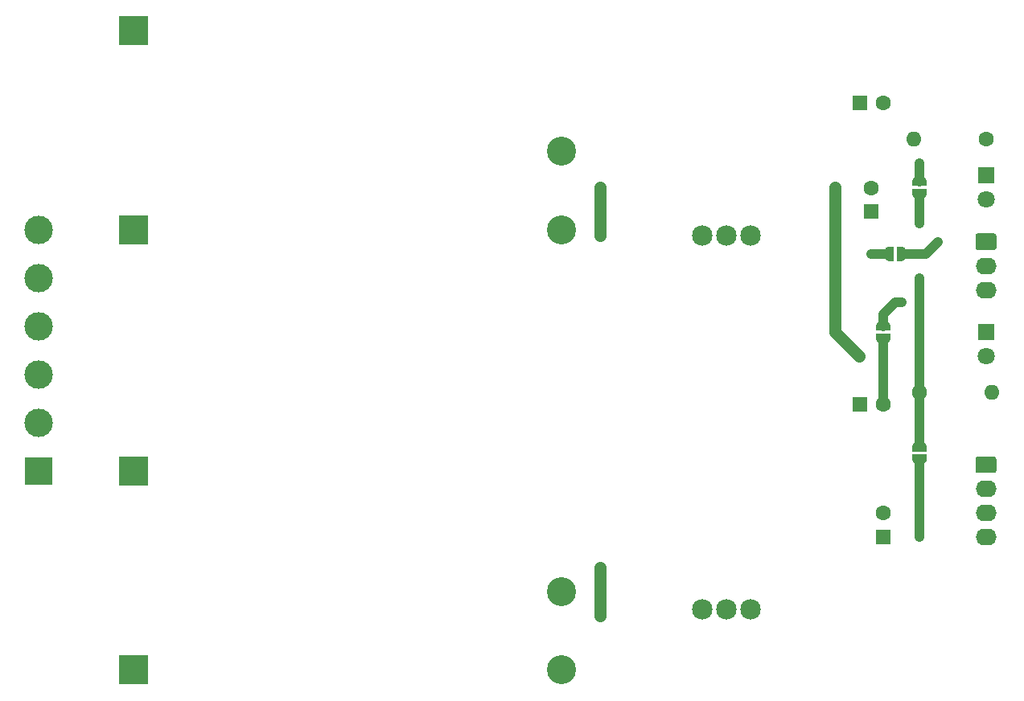
<source format=gbr>
G04 #@! TF.GenerationSoftware,KiCad,Pcbnew,(5.1.2)-1*
G04 #@! TF.CreationDate,2020-09-23T15:34:57+02:00*
G04 #@! TF.ProjectId,PSU_220vac_9vdc,5053555f-3232-4307-9661-635f39766463,rev?*
G04 #@! TF.SameCoordinates,Original*
G04 #@! TF.FileFunction,Copper,L1,Top*
G04 #@! TF.FilePolarity,Positive*
%FSLAX46Y46*%
G04 Gerber Fmt 4.6, Leading zero omitted, Abs format (unit mm)*
G04 Created by KiCad (PCBNEW (5.1.2)-1) date 2020-09-23 15:34:57*
%MOMM*%
%LPD*%
G04 APERTURE LIST*
%ADD10C,2.159000*%
%ADD11C,0.500000*%
%ADD12C,0.100000*%
%ADD13R,1.600000X1.600000*%
%ADD14C,1.600000*%
%ADD15O,2.200000X1.740000*%
%ADD16C,1.740000*%
%ADD17C,3.048000*%
%ADD18R,3.048000X3.048000*%
%ADD19R,1.800000X1.800000*%
%ADD20C,1.800000*%
%ADD21O,1.600000X1.600000*%
%ADD22C,3.000000*%
%ADD23R,3.000000X3.000000*%
%ADD24C,0.800000*%
%ADD25C,1.016000*%
%ADD26C,1.270000*%
G04 APERTURE END LIST*
D10*
X102235000Y-72390000D03*
X97155000Y-72390000D03*
X99695000Y-72390000D03*
X102235000Y-111760000D03*
X97155000Y-111760000D03*
X99695000Y-111760000D03*
D11*
X120015000Y-67960000D03*
D12*
G36*
X120764398Y-67960000D02*
G01*
X120764398Y-67984534D01*
X120759588Y-68033365D01*
X120750016Y-68081490D01*
X120735772Y-68128445D01*
X120716995Y-68173778D01*
X120693864Y-68217051D01*
X120666604Y-68257850D01*
X120635476Y-68295779D01*
X120600779Y-68330476D01*
X120562850Y-68361604D01*
X120522051Y-68388864D01*
X120478778Y-68411995D01*
X120433445Y-68430772D01*
X120386490Y-68445016D01*
X120338365Y-68454588D01*
X120289534Y-68459398D01*
X120265000Y-68459398D01*
X120265000Y-68460000D01*
X119765000Y-68460000D01*
X119765000Y-68459398D01*
X119740466Y-68459398D01*
X119691635Y-68454588D01*
X119643510Y-68445016D01*
X119596555Y-68430772D01*
X119551222Y-68411995D01*
X119507949Y-68388864D01*
X119467150Y-68361604D01*
X119429221Y-68330476D01*
X119394524Y-68295779D01*
X119363396Y-68257850D01*
X119336136Y-68217051D01*
X119313005Y-68173778D01*
X119294228Y-68128445D01*
X119279984Y-68081490D01*
X119270412Y-68033365D01*
X119265602Y-67984534D01*
X119265602Y-67960000D01*
X119265000Y-67960000D01*
X119265000Y-67460000D01*
X120765000Y-67460000D01*
X120765000Y-67960000D01*
X120764398Y-67960000D01*
X120764398Y-67960000D01*
G37*
D11*
X120015000Y-66660000D03*
D12*
G36*
X119265000Y-67160000D02*
G01*
X119265000Y-66660000D01*
X119265602Y-66660000D01*
X119265602Y-66635466D01*
X119270412Y-66586635D01*
X119279984Y-66538510D01*
X119294228Y-66491555D01*
X119313005Y-66446222D01*
X119336136Y-66402949D01*
X119363396Y-66362150D01*
X119394524Y-66324221D01*
X119429221Y-66289524D01*
X119467150Y-66258396D01*
X119507949Y-66231136D01*
X119551222Y-66208005D01*
X119596555Y-66189228D01*
X119643510Y-66174984D01*
X119691635Y-66165412D01*
X119740466Y-66160602D01*
X119765000Y-66160602D01*
X119765000Y-66160000D01*
X120265000Y-66160000D01*
X120265000Y-66160602D01*
X120289534Y-66160602D01*
X120338365Y-66165412D01*
X120386490Y-66174984D01*
X120433445Y-66189228D01*
X120478778Y-66208005D01*
X120522051Y-66231136D01*
X120562850Y-66258396D01*
X120600779Y-66289524D01*
X120635476Y-66324221D01*
X120666604Y-66362150D01*
X120693864Y-66402949D01*
X120716995Y-66446222D01*
X120735772Y-66491555D01*
X120750016Y-66538510D01*
X120759588Y-66586635D01*
X120764398Y-66635466D01*
X120764398Y-66660000D01*
X120765000Y-66660000D01*
X120765000Y-67160000D01*
X119265000Y-67160000D01*
X119265000Y-67160000D01*
G37*
D13*
X113705000Y-58420000D03*
D14*
X116205000Y-58420000D03*
D13*
X113705000Y-90170000D03*
D14*
X116205000Y-90170000D03*
D13*
X114935000Y-69850000D03*
D14*
X114935000Y-67350000D03*
D13*
X116205000Y-104100000D03*
D14*
X116205000Y-101600000D03*
D15*
X127000000Y-104140000D03*
X127000000Y-101600000D03*
X127000000Y-99060000D03*
D12*
G36*
X127874505Y-95651204D02*
G01*
X127898773Y-95654804D01*
X127922572Y-95660765D01*
X127945671Y-95669030D01*
X127967850Y-95679520D01*
X127988893Y-95692132D01*
X128008599Y-95706747D01*
X128026777Y-95723223D01*
X128043253Y-95741401D01*
X128057868Y-95761107D01*
X128070480Y-95782150D01*
X128080970Y-95804329D01*
X128089235Y-95827428D01*
X128095196Y-95851227D01*
X128098796Y-95875495D01*
X128100000Y-95899999D01*
X128100000Y-97140001D01*
X128098796Y-97164505D01*
X128095196Y-97188773D01*
X128089235Y-97212572D01*
X128080970Y-97235671D01*
X128070480Y-97257850D01*
X128057868Y-97278893D01*
X128043253Y-97298599D01*
X128026777Y-97316777D01*
X128008599Y-97333253D01*
X127988893Y-97347868D01*
X127967850Y-97360480D01*
X127945671Y-97370970D01*
X127922572Y-97379235D01*
X127898773Y-97385196D01*
X127874505Y-97388796D01*
X127850001Y-97390000D01*
X126149999Y-97390000D01*
X126125495Y-97388796D01*
X126101227Y-97385196D01*
X126077428Y-97379235D01*
X126054329Y-97370970D01*
X126032150Y-97360480D01*
X126011107Y-97347868D01*
X125991401Y-97333253D01*
X125973223Y-97316777D01*
X125956747Y-97298599D01*
X125942132Y-97278893D01*
X125929520Y-97257850D01*
X125919030Y-97235671D01*
X125910765Y-97212572D01*
X125904804Y-97188773D01*
X125901204Y-97164505D01*
X125900000Y-97140001D01*
X125900000Y-95899999D01*
X125901204Y-95875495D01*
X125904804Y-95851227D01*
X125910765Y-95827428D01*
X125919030Y-95804329D01*
X125929520Y-95782150D01*
X125942132Y-95761107D01*
X125956747Y-95741401D01*
X125973223Y-95723223D01*
X125991401Y-95706747D01*
X126011107Y-95692132D01*
X126032150Y-95679520D01*
X126054329Y-95669030D01*
X126077428Y-95660765D01*
X126101227Y-95654804D01*
X126125495Y-95651204D01*
X126149999Y-95650000D01*
X127850001Y-95650000D01*
X127874505Y-95651204D01*
X127874505Y-95651204D01*
G37*
D16*
X127000000Y-96520000D03*
D15*
X127000000Y-78105000D03*
X127000000Y-75565000D03*
D12*
G36*
X127874505Y-72156204D02*
G01*
X127898773Y-72159804D01*
X127922572Y-72165765D01*
X127945671Y-72174030D01*
X127967850Y-72184520D01*
X127988893Y-72197132D01*
X128008599Y-72211747D01*
X128026777Y-72228223D01*
X128043253Y-72246401D01*
X128057868Y-72266107D01*
X128070480Y-72287150D01*
X128080970Y-72309329D01*
X128089235Y-72332428D01*
X128095196Y-72356227D01*
X128098796Y-72380495D01*
X128100000Y-72404999D01*
X128100000Y-73645001D01*
X128098796Y-73669505D01*
X128095196Y-73693773D01*
X128089235Y-73717572D01*
X128080970Y-73740671D01*
X128070480Y-73762850D01*
X128057868Y-73783893D01*
X128043253Y-73803599D01*
X128026777Y-73821777D01*
X128008599Y-73838253D01*
X127988893Y-73852868D01*
X127967850Y-73865480D01*
X127945671Y-73875970D01*
X127922572Y-73884235D01*
X127898773Y-73890196D01*
X127874505Y-73893796D01*
X127850001Y-73895000D01*
X126149999Y-73895000D01*
X126125495Y-73893796D01*
X126101227Y-73890196D01*
X126077428Y-73884235D01*
X126054329Y-73875970D01*
X126032150Y-73865480D01*
X126011107Y-73852868D01*
X125991401Y-73838253D01*
X125973223Y-73821777D01*
X125956747Y-73803599D01*
X125942132Y-73783893D01*
X125929520Y-73762850D01*
X125919030Y-73740671D01*
X125910765Y-73717572D01*
X125904804Y-73693773D01*
X125901204Y-73669505D01*
X125900000Y-73645001D01*
X125900000Y-72404999D01*
X125901204Y-72380495D01*
X125904804Y-72356227D01*
X125910765Y-72332428D01*
X125919030Y-72309329D01*
X125929520Y-72287150D01*
X125942132Y-72266107D01*
X125956747Y-72246401D01*
X125973223Y-72228223D01*
X125991401Y-72211747D01*
X126011107Y-72197132D01*
X126032150Y-72184520D01*
X126054329Y-72174030D01*
X126077428Y-72165765D01*
X126101227Y-72159804D01*
X126125495Y-72156204D01*
X126149999Y-72155000D01*
X127850001Y-72155000D01*
X127874505Y-72156204D01*
X127874505Y-72156204D01*
G37*
D16*
X127000000Y-73025000D03*
D11*
X120015000Y-94615000D03*
D12*
G36*
X119265602Y-94615000D02*
G01*
X119265602Y-94590466D01*
X119270412Y-94541635D01*
X119279984Y-94493510D01*
X119294228Y-94446555D01*
X119313005Y-94401222D01*
X119336136Y-94357949D01*
X119363396Y-94317150D01*
X119394524Y-94279221D01*
X119429221Y-94244524D01*
X119467150Y-94213396D01*
X119507949Y-94186136D01*
X119551222Y-94163005D01*
X119596555Y-94144228D01*
X119643510Y-94129984D01*
X119691635Y-94120412D01*
X119740466Y-94115602D01*
X119765000Y-94115602D01*
X119765000Y-94115000D01*
X120265000Y-94115000D01*
X120265000Y-94115602D01*
X120289534Y-94115602D01*
X120338365Y-94120412D01*
X120386490Y-94129984D01*
X120433445Y-94144228D01*
X120478778Y-94163005D01*
X120522051Y-94186136D01*
X120562850Y-94213396D01*
X120600779Y-94244524D01*
X120635476Y-94279221D01*
X120666604Y-94317150D01*
X120693864Y-94357949D01*
X120716995Y-94401222D01*
X120735772Y-94446555D01*
X120750016Y-94493510D01*
X120759588Y-94541635D01*
X120764398Y-94590466D01*
X120764398Y-94615000D01*
X120765000Y-94615000D01*
X120765000Y-95115000D01*
X119265000Y-95115000D01*
X119265000Y-94615000D01*
X119265602Y-94615000D01*
X119265602Y-94615000D01*
G37*
D11*
X120015000Y-95915000D03*
D12*
G36*
X120765000Y-95415000D02*
G01*
X120765000Y-95915000D01*
X120764398Y-95915000D01*
X120764398Y-95939534D01*
X120759588Y-95988365D01*
X120750016Y-96036490D01*
X120735772Y-96083445D01*
X120716995Y-96128778D01*
X120693864Y-96172051D01*
X120666604Y-96212850D01*
X120635476Y-96250779D01*
X120600779Y-96285476D01*
X120562850Y-96316604D01*
X120522051Y-96343864D01*
X120478778Y-96366995D01*
X120433445Y-96385772D01*
X120386490Y-96400016D01*
X120338365Y-96409588D01*
X120289534Y-96414398D01*
X120265000Y-96414398D01*
X120265000Y-96415000D01*
X119765000Y-96415000D01*
X119765000Y-96414398D01*
X119740466Y-96414398D01*
X119691635Y-96409588D01*
X119643510Y-96400016D01*
X119596555Y-96385772D01*
X119551222Y-96366995D01*
X119507949Y-96343864D01*
X119467150Y-96316604D01*
X119429221Y-96285476D01*
X119394524Y-96250779D01*
X119363396Y-96212850D01*
X119336136Y-96172051D01*
X119313005Y-96128778D01*
X119294228Y-96083445D01*
X119279984Y-96036490D01*
X119270412Y-95988365D01*
X119265602Y-95939534D01*
X119265602Y-95915000D01*
X119265000Y-95915000D01*
X119265000Y-95415000D01*
X120765000Y-95415000D01*
X120765000Y-95415000D01*
G37*
D11*
X116825000Y-74295000D03*
D12*
G36*
X116825000Y-75044398D02*
G01*
X116800466Y-75044398D01*
X116751635Y-75039588D01*
X116703510Y-75030016D01*
X116656555Y-75015772D01*
X116611222Y-74996995D01*
X116567949Y-74973864D01*
X116527150Y-74946604D01*
X116489221Y-74915476D01*
X116454524Y-74880779D01*
X116423396Y-74842850D01*
X116396136Y-74802051D01*
X116373005Y-74758778D01*
X116354228Y-74713445D01*
X116339984Y-74666490D01*
X116330412Y-74618365D01*
X116325602Y-74569534D01*
X116325602Y-74545000D01*
X116325000Y-74545000D01*
X116325000Y-74045000D01*
X116325602Y-74045000D01*
X116325602Y-74020466D01*
X116330412Y-73971635D01*
X116339984Y-73923510D01*
X116354228Y-73876555D01*
X116373005Y-73831222D01*
X116396136Y-73787949D01*
X116423396Y-73747150D01*
X116454524Y-73709221D01*
X116489221Y-73674524D01*
X116527150Y-73643396D01*
X116567949Y-73616136D01*
X116611222Y-73593005D01*
X116656555Y-73574228D01*
X116703510Y-73559984D01*
X116751635Y-73550412D01*
X116800466Y-73545602D01*
X116825000Y-73545602D01*
X116825000Y-73545000D01*
X117325000Y-73545000D01*
X117325000Y-75045000D01*
X116825000Y-75045000D01*
X116825000Y-75044398D01*
X116825000Y-75044398D01*
G37*
D11*
X118125000Y-74295000D03*
D12*
G36*
X117625000Y-73545000D02*
G01*
X118125000Y-73545000D01*
X118125000Y-73545602D01*
X118149534Y-73545602D01*
X118198365Y-73550412D01*
X118246490Y-73559984D01*
X118293445Y-73574228D01*
X118338778Y-73593005D01*
X118382051Y-73616136D01*
X118422850Y-73643396D01*
X118460779Y-73674524D01*
X118495476Y-73709221D01*
X118526604Y-73747150D01*
X118553864Y-73787949D01*
X118576995Y-73831222D01*
X118595772Y-73876555D01*
X118610016Y-73923510D01*
X118619588Y-73971635D01*
X118624398Y-74020466D01*
X118624398Y-74045000D01*
X118625000Y-74045000D01*
X118625000Y-74545000D01*
X118624398Y-74545000D01*
X118624398Y-74569534D01*
X118619588Y-74618365D01*
X118610016Y-74666490D01*
X118595772Y-74713445D01*
X118576995Y-74758778D01*
X118553864Y-74802051D01*
X118526604Y-74842850D01*
X118495476Y-74880779D01*
X118460779Y-74915476D01*
X118422850Y-74946604D01*
X118382051Y-74973864D01*
X118338778Y-74996995D01*
X118293445Y-75015772D01*
X118246490Y-75030016D01*
X118198365Y-75039588D01*
X118149534Y-75044398D01*
X118125000Y-75044398D01*
X118125000Y-75045000D01*
X117625000Y-75045000D01*
X117625000Y-73545000D01*
X117625000Y-73545000D01*
G37*
D11*
X116205000Y-83200000D03*
D12*
G36*
X116954398Y-83200000D02*
G01*
X116954398Y-83224534D01*
X116949588Y-83273365D01*
X116940016Y-83321490D01*
X116925772Y-83368445D01*
X116906995Y-83413778D01*
X116883864Y-83457051D01*
X116856604Y-83497850D01*
X116825476Y-83535779D01*
X116790779Y-83570476D01*
X116752850Y-83601604D01*
X116712051Y-83628864D01*
X116668778Y-83651995D01*
X116623445Y-83670772D01*
X116576490Y-83685016D01*
X116528365Y-83694588D01*
X116479534Y-83699398D01*
X116455000Y-83699398D01*
X116455000Y-83700000D01*
X115955000Y-83700000D01*
X115955000Y-83699398D01*
X115930466Y-83699398D01*
X115881635Y-83694588D01*
X115833510Y-83685016D01*
X115786555Y-83670772D01*
X115741222Y-83651995D01*
X115697949Y-83628864D01*
X115657150Y-83601604D01*
X115619221Y-83570476D01*
X115584524Y-83535779D01*
X115553396Y-83497850D01*
X115526136Y-83457051D01*
X115503005Y-83413778D01*
X115484228Y-83368445D01*
X115469984Y-83321490D01*
X115460412Y-83273365D01*
X115455602Y-83224534D01*
X115455602Y-83200000D01*
X115455000Y-83200000D01*
X115455000Y-82700000D01*
X116955000Y-82700000D01*
X116955000Y-83200000D01*
X116954398Y-83200000D01*
X116954398Y-83200000D01*
G37*
D11*
X116205000Y-81900000D03*
D12*
G36*
X115455000Y-82400000D02*
G01*
X115455000Y-81900000D01*
X115455602Y-81900000D01*
X115455602Y-81875466D01*
X115460412Y-81826635D01*
X115469984Y-81778510D01*
X115484228Y-81731555D01*
X115503005Y-81686222D01*
X115526136Y-81642949D01*
X115553396Y-81602150D01*
X115584524Y-81564221D01*
X115619221Y-81529524D01*
X115657150Y-81498396D01*
X115697949Y-81471136D01*
X115741222Y-81448005D01*
X115786555Y-81429228D01*
X115833510Y-81414984D01*
X115881635Y-81405412D01*
X115930466Y-81400602D01*
X115955000Y-81400602D01*
X115955000Y-81400000D01*
X116455000Y-81400000D01*
X116455000Y-81400602D01*
X116479534Y-81400602D01*
X116528365Y-81405412D01*
X116576490Y-81414984D01*
X116623445Y-81429228D01*
X116668778Y-81448005D01*
X116712051Y-81471136D01*
X116752850Y-81498396D01*
X116790779Y-81529524D01*
X116825476Y-81564221D01*
X116856604Y-81602150D01*
X116883864Y-81642949D01*
X116906995Y-81686222D01*
X116925772Y-81731555D01*
X116940016Y-81778510D01*
X116949588Y-81826635D01*
X116954398Y-81875466D01*
X116954398Y-81900000D01*
X116955000Y-81900000D01*
X116955000Y-82400000D01*
X115455000Y-82400000D01*
X115455000Y-82400000D01*
G37*
D17*
X82359501Y-63500000D03*
X82359501Y-71755000D03*
D18*
X37274501Y-50800000D03*
X37274501Y-71755000D03*
D17*
X82359501Y-109855000D03*
X82359501Y-118110000D03*
D18*
X37274501Y-97155000D03*
X37274501Y-118110000D03*
D19*
X127000000Y-82550000D03*
D20*
X127000000Y-85090000D03*
D19*
X127000000Y-66040000D03*
D20*
X127000000Y-68580000D03*
D14*
X127000000Y-62230000D03*
D21*
X119380000Y-62230000D03*
D14*
X120015000Y-88900000D03*
D21*
X127635000Y-88900000D03*
D22*
X27305000Y-71755000D03*
X27305000Y-76835000D03*
X27305000Y-81915000D03*
D23*
X27305000Y-97155000D03*
D22*
X27305000Y-86995000D03*
X27305000Y-92075000D03*
D24*
X120015000Y-64770000D03*
X111125000Y-67310000D03*
X113665000Y-85090000D03*
X86360000Y-72390000D03*
X86360000Y-67310000D03*
X86360000Y-107314974D03*
X86360000Y-112395000D03*
X114935000Y-74295000D03*
X120015006Y-104140000D03*
X118110000Y-79375000D03*
X120015000Y-71120000D03*
X120015000Y-76835000D03*
X121920000Y-73025000D03*
D25*
X120015000Y-66675000D02*
X120015000Y-64785000D01*
D26*
X111125000Y-67310000D02*
X111125000Y-82550000D01*
X111125000Y-82550000D02*
X113665000Y-85090000D01*
X86360000Y-72390000D02*
X86360000Y-67310000D01*
X86360000Y-107314974D02*
X86360000Y-112395000D01*
D25*
X116205000Y-83200000D02*
X116205000Y-90170000D01*
X116825000Y-74295000D02*
X114935000Y-74295000D01*
X120015000Y-104140000D02*
X120015006Y-104140000D01*
X120015000Y-97790000D02*
X120015000Y-97790000D01*
X120015000Y-95915000D02*
X120015000Y-97790000D01*
X120015000Y-97790000D02*
X120015000Y-104140000D01*
X120015000Y-97790000D02*
X120015000Y-97790000D01*
X118110000Y-79375000D02*
X117475000Y-79375000D01*
X117475000Y-79375000D02*
X116205000Y-80645000D01*
X116205000Y-80645000D02*
X116205000Y-81900000D01*
X120015000Y-67960000D02*
X120015000Y-71120000D01*
X120015000Y-94615000D02*
X120015000Y-76835000D01*
X120650000Y-74295000D02*
X121920000Y-73025000D01*
X118125000Y-74295000D02*
X120650000Y-74295000D01*
M02*

</source>
